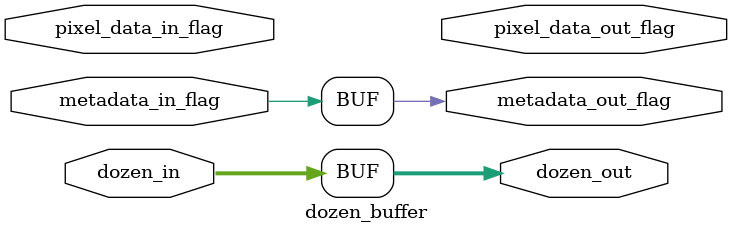
<source format=v>
module dozen_buffer(input[11:0] dozen_in,
                    input       metadata_in_flag,
                    input       pixel_data_in_flag,

                    output[11:0] dozen_out,
                    output       metadata_out_flag,
                    output       pixel_data_out_flag);

        assign dozen_out = dozen_in;
        assign metadata_in_flag = metadata_out_flag;
        assign pixel_data_out_flag = pixel_data_out_flag;


endmodule

</source>
